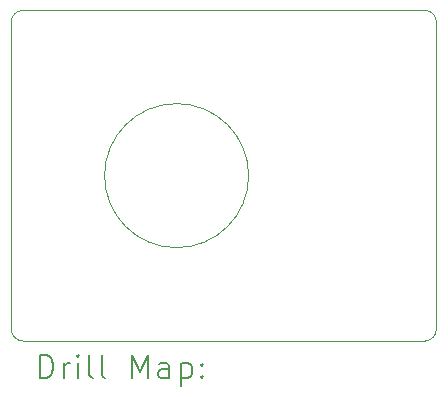
<source format=gbr>
%TF.GenerationSoftware,KiCad,Pcbnew,7.0.2.1-36-g582732918d-dirty-deb11*%
%TF.CreationDate,2023-05-26T17:23:11+00:00*%
%TF.ProjectId,pedalboard-led-ring,70656461-6c62-46f6-9172-642d6c65642d,rev?*%
%TF.SameCoordinates,Original*%
%TF.FileFunction,Drillmap*%
%TF.FilePolarity,Positive*%
%FSLAX45Y45*%
G04 Gerber Fmt 4.5, Leading zero omitted, Abs format (unit mm)*
G04 Created by KiCad (PCBNEW 7.0.2.1-36-g582732918d-dirty-deb11) date 2023-05-26 17:23:11*
%MOMM*%
%LPD*%
G01*
G04 APERTURE LIST*
%ADD10C,0.100000*%
%ADD11C,0.200000*%
G04 APERTURE END LIST*
D10*
X6600000Y-7300000D02*
G75*
G03*
X6700000Y-7400000I100000J0D01*
G01*
X8610000Y-6000000D02*
G75*
G03*
X8610000Y-6000000I-610000J0D01*
G01*
X10200000Y-4700000D02*
X10200000Y-7300000D01*
X6600000Y-7300000D02*
X6600000Y-4700000D01*
X10100000Y-7400000D02*
G75*
G03*
X10200000Y-7300000I0J100000D01*
G01*
X6700000Y-4600000D02*
X10100000Y-4600000D01*
X10100000Y-7400000D02*
X6700000Y-7400000D01*
X6700000Y-4600000D02*
G75*
G03*
X6600000Y-4700000I0J-100000D01*
G01*
X10200000Y-4700000D02*
G75*
G03*
X10100000Y-4600000I-100000J0D01*
G01*
D11*
X6842619Y-7717524D02*
X6842619Y-7517524D01*
X6842619Y-7517524D02*
X6890238Y-7517524D01*
X6890238Y-7517524D02*
X6918809Y-7527048D01*
X6918809Y-7527048D02*
X6937857Y-7546095D01*
X6937857Y-7546095D02*
X6947381Y-7565143D01*
X6947381Y-7565143D02*
X6956905Y-7603238D01*
X6956905Y-7603238D02*
X6956905Y-7631809D01*
X6956905Y-7631809D02*
X6947381Y-7669905D01*
X6947381Y-7669905D02*
X6937857Y-7688952D01*
X6937857Y-7688952D02*
X6918809Y-7708000D01*
X6918809Y-7708000D02*
X6890238Y-7717524D01*
X6890238Y-7717524D02*
X6842619Y-7717524D01*
X7042619Y-7717524D02*
X7042619Y-7584190D01*
X7042619Y-7622286D02*
X7052143Y-7603238D01*
X7052143Y-7603238D02*
X7061667Y-7593714D01*
X7061667Y-7593714D02*
X7080714Y-7584190D01*
X7080714Y-7584190D02*
X7099762Y-7584190D01*
X7166428Y-7717524D02*
X7166428Y-7584190D01*
X7166428Y-7517524D02*
X7156905Y-7527048D01*
X7156905Y-7527048D02*
X7166428Y-7536571D01*
X7166428Y-7536571D02*
X7175952Y-7527048D01*
X7175952Y-7527048D02*
X7166428Y-7517524D01*
X7166428Y-7517524D02*
X7166428Y-7536571D01*
X7290238Y-7717524D02*
X7271190Y-7708000D01*
X7271190Y-7708000D02*
X7261667Y-7688952D01*
X7261667Y-7688952D02*
X7261667Y-7517524D01*
X7395000Y-7717524D02*
X7375952Y-7708000D01*
X7375952Y-7708000D02*
X7366428Y-7688952D01*
X7366428Y-7688952D02*
X7366428Y-7517524D01*
X7623571Y-7717524D02*
X7623571Y-7517524D01*
X7623571Y-7517524D02*
X7690238Y-7660381D01*
X7690238Y-7660381D02*
X7756905Y-7517524D01*
X7756905Y-7517524D02*
X7756905Y-7717524D01*
X7937857Y-7717524D02*
X7937857Y-7612762D01*
X7937857Y-7612762D02*
X7928333Y-7593714D01*
X7928333Y-7593714D02*
X7909286Y-7584190D01*
X7909286Y-7584190D02*
X7871190Y-7584190D01*
X7871190Y-7584190D02*
X7852143Y-7593714D01*
X7937857Y-7708000D02*
X7918809Y-7717524D01*
X7918809Y-7717524D02*
X7871190Y-7717524D01*
X7871190Y-7717524D02*
X7852143Y-7708000D01*
X7852143Y-7708000D02*
X7842619Y-7688952D01*
X7842619Y-7688952D02*
X7842619Y-7669905D01*
X7842619Y-7669905D02*
X7852143Y-7650857D01*
X7852143Y-7650857D02*
X7871190Y-7641333D01*
X7871190Y-7641333D02*
X7918809Y-7641333D01*
X7918809Y-7641333D02*
X7937857Y-7631809D01*
X8033095Y-7584190D02*
X8033095Y-7784190D01*
X8033095Y-7593714D02*
X8052143Y-7584190D01*
X8052143Y-7584190D02*
X8090238Y-7584190D01*
X8090238Y-7584190D02*
X8109286Y-7593714D01*
X8109286Y-7593714D02*
X8118809Y-7603238D01*
X8118809Y-7603238D02*
X8128333Y-7622286D01*
X8128333Y-7622286D02*
X8128333Y-7679428D01*
X8128333Y-7679428D02*
X8118809Y-7698476D01*
X8118809Y-7698476D02*
X8109286Y-7708000D01*
X8109286Y-7708000D02*
X8090238Y-7717524D01*
X8090238Y-7717524D02*
X8052143Y-7717524D01*
X8052143Y-7717524D02*
X8033095Y-7708000D01*
X8214048Y-7698476D02*
X8223571Y-7708000D01*
X8223571Y-7708000D02*
X8214048Y-7717524D01*
X8214048Y-7717524D02*
X8204524Y-7708000D01*
X8204524Y-7708000D02*
X8214048Y-7698476D01*
X8214048Y-7698476D02*
X8214048Y-7717524D01*
X8214048Y-7593714D02*
X8223571Y-7603238D01*
X8223571Y-7603238D02*
X8214048Y-7612762D01*
X8214048Y-7612762D02*
X8204524Y-7603238D01*
X8204524Y-7603238D02*
X8214048Y-7593714D01*
X8214048Y-7593714D02*
X8214048Y-7612762D01*
M02*

</source>
